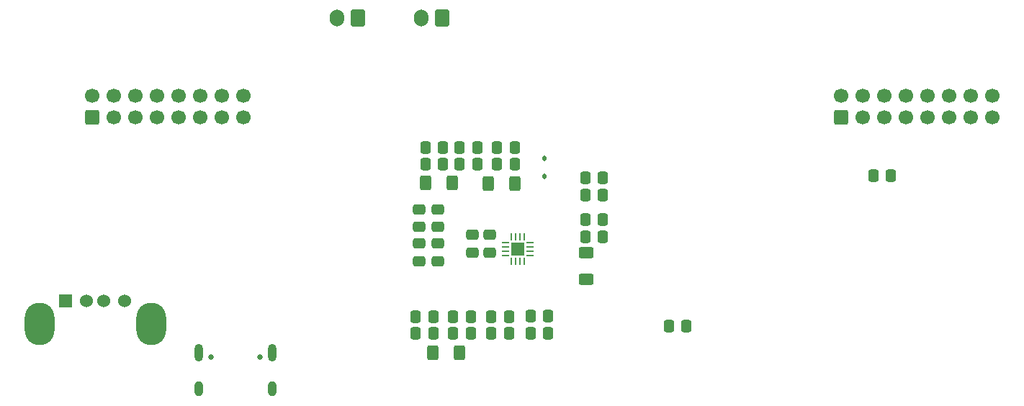
<source format=gbs>
%TF.GenerationSoftware,KiCad,Pcbnew,8.0.1*%
%TF.CreationDate,2024-04-15T20:37:31+02:00*%
%TF.ProjectId,standalonepanel,7374616e-6461-46c6-9f6e-6570616e656c,rev?*%
%TF.SameCoordinates,Original*%
%TF.FileFunction,Soldermask,Bot*%
%TF.FilePolarity,Negative*%
%FSLAX46Y46*%
G04 Gerber Fmt 4.6, Leading zero omitted, Abs format (unit mm)*
G04 Created by KiCad (PCBNEW 8.0.1) date 2024-04-15 20:37:31*
%MOMM*%
%LPD*%
G01*
G04 APERTURE LIST*
G04 Aperture macros list*
%AMRoundRect*
0 Rectangle with rounded corners*
0 $1 Rounding radius*
0 $2 $3 $4 $5 $6 $7 $8 $9 X,Y pos of 4 corners*
0 Add a 4 corners polygon primitive as box body*
4,1,4,$2,$3,$4,$5,$6,$7,$8,$9,$2,$3,0*
0 Add four circle primitives for the rounded corners*
1,1,$1+$1,$2,$3*
1,1,$1+$1,$4,$5*
1,1,$1+$1,$6,$7*
1,1,$1+$1,$8,$9*
0 Add four rect primitives between the rounded corners*
20,1,$1+$1,$2,$3,$4,$5,0*
20,1,$1+$1,$4,$5,$6,$7,0*
20,1,$1+$1,$6,$7,$8,$9,0*
20,1,$1+$1,$8,$9,$2,$3,0*%
G04 Aperture macros list end*
%ADD10RoundRect,0.250000X0.600000X-0.600000X0.600000X0.600000X-0.600000X0.600000X-0.600000X-0.600000X0*%
%ADD11C,1.700000*%
%ADD12RoundRect,0.250000X0.600000X0.750000X-0.600000X0.750000X-0.600000X-0.750000X0.600000X-0.750000X0*%
%ADD13O,1.700000X2.000000*%
%ADD14R,1.524000X1.524000*%
%ADD15C,1.524000*%
%ADD16O,3.500000X5.000000*%
%ADD17C,0.650000*%
%ADD18O,1.000000X2.100000*%
%ADD19O,1.000000X1.800000*%
%ADD20RoundRect,0.250000X-0.400000X-0.625000X0.400000X-0.625000X0.400000X0.625000X-0.400000X0.625000X0*%
%ADD21RoundRect,0.250000X0.337500X0.475000X-0.337500X0.475000X-0.337500X-0.475000X0.337500X-0.475000X0*%
%ADD22RoundRect,0.250000X0.475000X-0.337500X0.475000X0.337500X-0.475000X0.337500X-0.475000X-0.337500X0*%
%ADD23RoundRect,0.250000X-0.337500X-0.475000X0.337500X-0.475000X0.337500X0.475000X-0.337500X0.475000X0*%
%ADD24RoundRect,0.250000X0.625000X-0.400000X0.625000X0.400000X-0.625000X0.400000X-0.625000X-0.400000X0*%
%ADD25RoundRect,0.062500X0.062500X-0.375000X0.062500X0.375000X-0.062500X0.375000X-0.062500X-0.375000X0*%
%ADD26RoundRect,0.062500X0.375000X-0.062500X0.375000X0.062500X-0.375000X0.062500X-0.375000X-0.062500X0*%
%ADD27R,1.600000X1.600000*%
%ADD28RoundRect,0.250000X-0.475000X0.337500X-0.475000X-0.337500X0.475000X-0.337500X0.475000X0.337500X0*%
%ADD29RoundRect,0.250000X0.400000X0.625000X-0.400000X0.625000X-0.400000X-0.625000X0.400000X-0.625000X0*%
%ADD30RoundRect,0.112500X-0.112500X0.187500X-0.112500X-0.187500X0.112500X-0.187500X0.112500X0.187500X0*%
G04 APERTURE END LIST*
D10*
%TO.C,HUB75E-1*%
X58610000Y-110697500D03*
D11*
X58610000Y-108157500D03*
X61150000Y-110697500D03*
X61150000Y-108157500D03*
X63690000Y-110697500D03*
X63690000Y-108157500D03*
X66230000Y-110697500D03*
X66230000Y-108157500D03*
X68770000Y-110697500D03*
X68770000Y-108157500D03*
X71310000Y-110697500D03*
X71310000Y-108157500D03*
X73850000Y-110697500D03*
X73850000Y-108157500D03*
X76390000Y-110697500D03*
X76390000Y-108157500D03*
%TD*%
D12*
%TO.C,J2*%
X89896000Y-98954000D03*
D13*
X87396000Y-98954000D03*
%TD*%
D10*
%TO.C,HUB75E-2*%
X146720000Y-110697500D03*
D11*
X146720000Y-108157500D03*
X149260000Y-110697500D03*
X149260000Y-108157500D03*
X151800000Y-110697500D03*
X151800000Y-108157500D03*
X154340000Y-110697500D03*
X154340000Y-108157500D03*
X156880000Y-110697500D03*
X156880000Y-108157500D03*
X159420000Y-110697500D03*
X159420000Y-108157500D03*
X161960000Y-110697500D03*
X161960000Y-108157500D03*
X164500000Y-110697500D03*
X164500000Y-108157500D03*
%TD*%
D14*
%TO.C,P2*%
X55500000Y-132272500D03*
D15*
X58000000Y-132272500D03*
X60000000Y-132272500D03*
X62500000Y-132272500D03*
D16*
X52430000Y-134982500D03*
X65570000Y-134982500D03*
%TD*%
D17*
%TO.C,P1*%
X72610000Y-138895000D03*
X78390000Y-138895000D03*
D18*
X71180000Y-138375000D03*
D19*
X71180000Y-142575000D03*
D18*
X79820000Y-138375000D03*
D19*
X79820000Y-142575000D03*
%TD*%
D12*
%TO.C,J1*%
X99802000Y-98950000D03*
D13*
X97302000Y-98950000D03*
%TD*%
D20*
%TO.C,R7*%
X97891000Y-118364000D03*
X100991000Y-118364000D03*
%TD*%
D21*
%TO.C,C28*%
X98748436Y-136078117D03*
X96673436Y-136078117D03*
%TD*%
D22*
%TO.C,C25*%
X99284436Y-127590615D03*
X99284436Y-125515615D03*
%TD*%
D21*
%TO.C,C34*%
X103173443Y-136078115D03*
X101098443Y-136078115D03*
%TD*%
D23*
%TO.C,C7*%
X106273935Y-116186613D03*
X108348935Y-116186613D03*
%TD*%
%TO.C,C30*%
X110184931Y-134052606D03*
X112259931Y-134052606D03*
%TD*%
D21*
%TO.C,C29*%
X98748437Y-134078113D03*
X96673437Y-134078113D03*
%TD*%
D23*
%TO.C,C31*%
X110184937Y-136052607D03*
X112259937Y-136052607D03*
%TD*%
D22*
%TO.C,C22*%
X99284436Y-123569615D03*
X99284436Y-121494615D03*
%TD*%
%TO.C,C21*%
X97125437Y-123548115D03*
X97125437Y-121473115D03*
%TD*%
D24*
%TO.C,R9*%
X116700000Y-129700000D03*
X116700000Y-126599998D03*
%TD*%
D21*
%TO.C,C33*%
X107666437Y-136078115D03*
X105591437Y-136078115D03*
%TD*%
D23*
%TO.C,C2*%
X101848933Y-116186613D03*
X103923933Y-116186613D03*
%TD*%
%TO.C,C1*%
X101848935Y-114186616D03*
X103923935Y-114186616D03*
%TD*%
D25*
%TO.C,U9*%
X109432437Y-127609615D03*
X108932437Y-127609615D03*
X108432437Y-127609615D03*
X107932437Y-127609615D03*
D26*
X107244937Y-126922115D03*
X107244937Y-126422115D03*
X107244937Y-125922115D03*
X107244937Y-125422115D03*
D25*
X107932437Y-124734615D03*
X108432437Y-124734615D03*
X108932437Y-124734615D03*
X109432437Y-124734615D03*
D26*
X110119937Y-125422115D03*
X110119937Y-125922115D03*
X110119937Y-126422115D03*
X110119937Y-126922115D03*
D27*
X108682437Y-126172115D03*
%TD*%
D28*
%TO.C,C24*%
X105380437Y-124478115D03*
X105380437Y-126553115D03*
%TD*%
D23*
%TO.C,C19*%
X116607869Y-122695109D03*
X118682869Y-122695109D03*
%TD*%
D28*
%TO.C,C23*%
X103380436Y-124478115D03*
X103380436Y-126553115D03*
%TD*%
D23*
%TO.C,C8*%
X97848931Y-114186613D03*
X99923931Y-114186613D03*
%TD*%
%TO.C,C16*%
X116630433Y-117800118D03*
X118705433Y-117800118D03*
%TD*%
D21*
%TO.C,C32*%
X107666435Y-134078115D03*
X105591435Y-134078115D03*
%TD*%
D23*
%TO.C,C15*%
X116630434Y-119800121D03*
X118705434Y-119800121D03*
%TD*%
D20*
%TO.C,R4*%
X105227437Y-118425115D03*
X108327437Y-118425115D03*
%TD*%
D23*
%TO.C,C9*%
X97848933Y-116186613D03*
X99923933Y-116186613D03*
%TD*%
%TO.C,C14*%
X150500000Y-117500000D03*
X152575000Y-117500000D03*
%TD*%
%TO.C,C20*%
X126440937Y-135189115D03*
X128515937Y-135189115D03*
%TD*%
%TO.C,C18*%
X116607870Y-124695106D03*
X118682870Y-124695106D03*
%TD*%
D21*
%TO.C,C35*%
X103173441Y-134078115D03*
X101098441Y-134078115D03*
%TD*%
D29*
%TO.C,R17*%
X101828937Y-138370612D03*
X98728937Y-138370612D03*
%TD*%
D22*
%TO.C,C26*%
X97125437Y-127590615D03*
X97125437Y-125515615D03*
%TD*%
D23*
%TO.C,C10*%
X106273933Y-114186616D03*
X108348933Y-114186616D03*
%TD*%
D30*
%TO.C,D2*%
X111857437Y-115470115D03*
X111857437Y-117570115D03*
%TD*%
M02*

</source>
